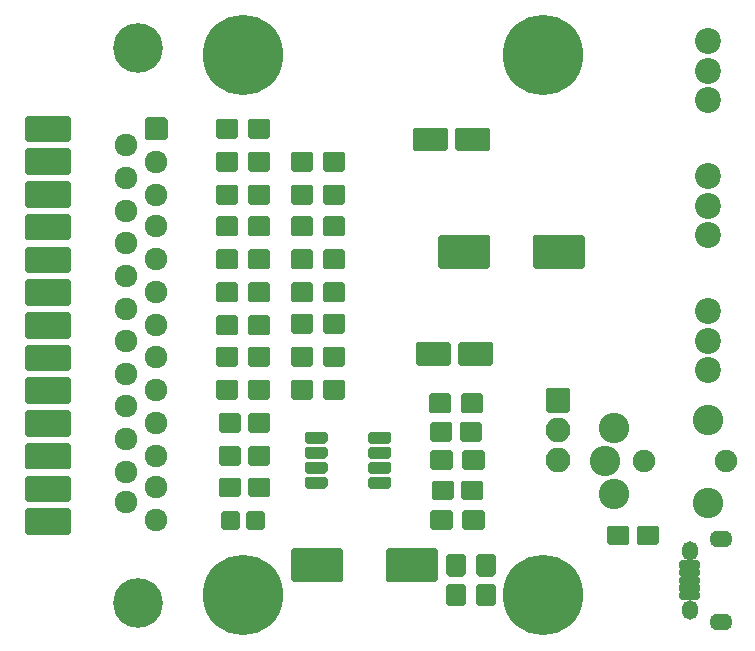
<source format=gts>
%TF.GenerationSoftware,KiCad,Pcbnew,(5.1.9)-1*%
%TF.CreationDate,2021-01-10T22:28:58+11:00*%
%TF.ProjectId,pcb-covox-amp,7063622d-636f-4766-9f78-2d616d702e6b,3*%
%TF.SameCoordinates,Original*%
%TF.FileFunction,Soldermask,Top*%
%TF.FilePolarity,Negative*%
%FSLAX46Y46*%
G04 Gerber Fmt 4.6, Leading zero omitted, Abs format (unit mm)*
G04 Created by KiCad (PCBNEW (5.1.9)-1) date 2021-01-10 22:28:58*
%MOMM*%
%LPD*%
G01*
G04 APERTURE LIST*
%ADD10C,4.210000*%
%ADD11C,1.924000*%
%ADD12C,1.900000*%
%ADD13C,2.581860*%
%ADD14C,2.200000*%
%ADD15C,6.800000*%
%ADD16C,1.200000*%
%ADD17O,2.100000X2.100000*%
%ADD18O,1.350000X1.650000*%
%ADD19O,1.950000X1.400000*%
G04 APERTURE END LIST*
D10*
%TO.C,J1*%
X110160000Y-91835000D03*
X110160000Y-138825000D03*
D11*
X111700000Y-131840000D03*
X111700000Y-129046000D03*
X111700000Y-126379000D03*
X111700000Y-123585000D03*
X111700000Y-120791000D03*
X111700000Y-117997000D03*
X111700000Y-115330000D03*
X111700000Y-112536000D03*
X111700000Y-109742000D03*
X111700000Y-106948000D03*
X111700000Y-104281000D03*
X111700000Y-101487000D03*
G36*
G01*
X112462000Y-99655000D02*
X110938000Y-99655000D01*
G75*
G02*
X110738000Y-99455000I0J200000D01*
G01*
X110738000Y-97931000D01*
G75*
G02*
X110938000Y-97731000I200000J0D01*
G01*
X112462000Y-97731000D01*
G75*
G02*
X112662000Y-97931000I0J-200000D01*
G01*
X112662000Y-99455000D01*
G75*
G02*
X112462000Y-99655000I-200000J0D01*
G01*
G37*
X109160000Y-130265200D03*
X109160000Y-127725200D03*
X109160000Y-124931200D03*
X109160000Y-122188000D03*
X109160000Y-119444800D03*
X109160000Y-116650800D03*
X109160000Y-113907600D03*
X109160000Y-111164400D03*
X109160000Y-108319600D03*
X109160000Y-105627200D03*
X109160000Y-102884000D03*
X109160000Y-100090000D03*
%TD*%
%TO.C,C10*%
G36*
G01*
X137003000Y-100382000D02*
X137003000Y-98782000D01*
G75*
G02*
X137203000Y-98582000I200000J0D01*
G01*
X139803000Y-98582000D01*
G75*
G02*
X140003000Y-98782000I0J-200000D01*
G01*
X140003000Y-100382000D01*
G75*
G02*
X139803000Y-100582000I-200000J0D01*
G01*
X137203000Y-100582000D01*
G75*
G02*
X137003000Y-100382000I0J200000D01*
G01*
G37*
G36*
G01*
X133403000Y-100382000D02*
X133403000Y-98782000D01*
G75*
G02*
X133603000Y-98582000I200000J0D01*
G01*
X136203000Y-98582000D01*
G75*
G02*
X136403000Y-98782000I0J-200000D01*
G01*
X136403000Y-100382000D01*
G75*
G02*
X136203000Y-100582000I-200000J0D01*
G01*
X133603000Y-100582000D01*
G75*
G02*
X133403000Y-100382000I0J200000D01*
G01*
G37*
%TD*%
%TO.C,C5*%
G36*
G01*
X137257000Y-118543000D02*
X137257000Y-116943000D01*
G75*
G02*
X137457000Y-116743000I200000J0D01*
G01*
X140057000Y-116743000D01*
G75*
G02*
X140257000Y-116943000I0J-200000D01*
G01*
X140257000Y-118543000D01*
G75*
G02*
X140057000Y-118743000I-200000J0D01*
G01*
X137457000Y-118743000D01*
G75*
G02*
X137257000Y-118543000I0J200000D01*
G01*
G37*
G36*
G01*
X133657000Y-118543000D02*
X133657000Y-116943000D01*
G75*
G02*
X133857000Y-116743000I200000J0D01*
G01*
X136457000Y-116743000D01*
G75*
G02*
X136657000Y-116943000I0J-200000D01*
G01*
X136657000Y-118543000D01*
G75*
G02*
X136457000Y-118743000I-200000J0D01*
G01*
X133857000Y-118743000D01*
G75*
G02*
X133657000Y-118543000I0J200000D01*
G01*
G37*
%TD*%
%TO.C,C7*%
G36*
G01*
X139983000Y-107857000D02*
X139983000Y-110357000D01*
G75*
G02*
X139783000Y-110557000I-200000J0D01*
G01*
X135783000Y-110557000D01*
G75*
G02*
X135583000Y-110357000I0J200000D01*
G01*
X135583000Y-107857000D01*
G75*
G02*
X135783000Y-107657000I200000J0D01*
G01*
X139783000Y-107657000D01*
G75*
G02*
X139983000Y-107857000I0J-200000D01*
G01*
G37*
G36*
G01*
X147983000Y-107857000D02*
X147983000Y-110357000D01*
G75*
G02*
X147783000Y-110557000I-200000J0D01*
G01*
X143783000Y-110557000D01*
G75*
G02*
X143583000Y-110357000I0J200000D01*
G01*
X143583000Y-107857000D01*
G75*
G02*
X143783000Y-107657000I200000J0D01*
G01*
X147783000Y-107657000D01*
G75*
G02*
X147983000Y-107857000I0J-200000D01*
G01*
G37*
%TD*%
%TO.C,C2*%
G36*
G01*
X131137000Y-136900000D02*
X131137000Y-134400000D01*
G75*
G02*
X131337000Y-134200000I200000J0D01*
G01*
X135337000Y-134200000D01*
G75*
G02*
X135537000Y-134400000I0J-200000D01*
G01*
X135537000Y-136900000D01*
G75*
G02*
X135337000Y-137100000I-200000J0D01*
G01*
X131337000Y-137100000D01*
G75*
G02*
X131137000Y-136900000I0J200000D01*
G01*
G37*
G36*
G01*
X123137000Y-136900000D02*
X123137000Y-134400000D01*
G75*
G02*
X123337000Y-134200000I200000J0D01*
G01*
X127337000Y-134200000D01*
G75*
G02*
X127537000Y-134400000I0J-200000D01*
G01*
X127537000Y-136900000D01*
G75*
G02*
X127337000Y-137100000I-200000J0D01*
G01*
X123337000Y-137100000D01*
G75*
G02*
X123137000Y-136900000I0J200000D01*
G01*
G37*
%TD*%
D12*
%TO.C,X1*%
X152960000Y-126820000D03*
X159970000Y-126830000D03*
D13*
X158427620Y-130349020D03*
X158427620Y-123351320D03*
X150431700Y-124052360D03*
X150431700Y-129647980D03*
X149730660Y-126848900D03*
%TD*%
D14*
%TO.C,RV2*%
X158420000Y-102710000D03*
X158420000Y-105210000D03*
X158420000Y-107710000D03*
%TD*%
D15*
%TO.C,MH3*%
X119050000Y-138190000D03*
D16*
X121450000Y-138190000D03*
X120747056Y-139887056D03*
X119050000Y-140590000D03*
X117352944Y-139887056D03*
X116650000Y-138190000D03*
X117352944Y-136492944D03*
X119050000Y-135790000D03*
X120747056Y-136492944D03*
%TD*%
D15*
%TO.C,MH4*%
X119050000Y-92470000D03*
D16*
X121450000Y-92470000D03*
X120747056Y-94167056D03*
X119050000Y-94870000D03*
X117352944Y-94167056D03*
X116650000Y-92470000D03*
X117352944Y-90772944D03*
X119050000Y-90070000D03*
X120747056Y-90772944D03*
%TD*%
D15*
%TO.C,MH2*%
X144450000Y-138190000D03*
D16*
X146850000Y-138190000D03*
X146147056Y-139887056D03*
X144450000Y-140590000D03*
X142752944Y-139887056D03*
X142050000Y-138190000D03*
X142752944Y-136492944D03*
X144450000Y-135790000D03*
X146147056Y-136492944D03*
%TD*%
D15*
%TO.C,MH1*%
X144450000Y-92470000D03*
D16*
X146850000Y-92470000D03*
X146147056Y-94167056D03*
X144450000Y-94870000D03*
X142752944Y-94167056D03*
X142050000Y-92470000D03*
X142752944Y-90772944D03*
X144450000Y-90070000D03*
X146147056Y-90772944D03*
%TD*%
%TO.C,J2*%
G36*
G01*
X100800000Y-97586667D02*
X104280000Y-97586667D01*
G75*
G02*
X104480000Y-97786667I0J-200000D01*
G01*
X104480000Y-99633333D01*
G75*
G02*
X104280000Y-99833333I-200000J0D01*
G01*
X100800000Y-99833333D01*
G75*
G02*
X100600000Y-99633333I0J200000D01*
G01*
X100600000Y-97786667D01*
G75*
G02*
X100800000Y-97586667I200000J0D01*
G01*
G37*
G36*
G01*
X100800000Y-100356667D02*
X104280000Y-100356667D01*
G75*
G02*
X104480000Y-100556667I0J-200000D01*
G01*
X104480000Y-102403333D01*
G75*
G02*
X104280000Y-102603333I-200000J0D01*
G01*
X100800000Y-102603333D01*
G75*
G02*
X100600000Y-102403333I0J200000D01*
G01*
X100600000Y-100556667D01*
G75*
G02*
X100800000Y-100356667I200000J0D01*
G01*
G37*
G36*
G01*
X100800000Y-103126667D02*
X104280000Y-103126667D01*
G75*
G02*
X104480000Y-103326667I0J-200000D01*
G01*
X104480000Y-105173333D01*
G75*
G02*
X104280000Y-105373333I-200000J0D01*
G01*
X100800000Y-105373333D01*
G75*
G02*
X100600000Y-105173333I0J200000D01*
G01*
X100600000Y-103326667D01*
G75*
G02*
X100800000Y-103126667I200000J0D01*
G01*
G37*
G36*
G01*
X100800000Y-105896667D02*
X104280000Y-105896667D01*
G75*
G02*
X104480000Y-106096667I0J-200000D01*
G01*
X104480000Y-107943333D01*
G75*
G02*
X104280000Y-108143333I-200000J0D01*
G01*
X100800000Y-108143333D01*
G75*
G02*
X100600000Y-107943333I0J200000D01*
G01*
X100600000Y-106096667D01*
G75*
G02*
X100800000Y-105896667I200000J0D01*
G01*
G37*
G36*
G01*
X100800000Y-108666667D02*
X104280000Y-108666667D01*
G75*
G02*
X104480000Y-108866667I0J-200000D01*
G01*
X104480000Y-110713333D01*
G75*
G02*
X104280000Y-110913333I-200000J0D01*
G01*
X100800000Y-110913333D01*
G75*
G02*
X100600000Y-110713333I0J200000D01*
G01*
X100600000Y-108866667D01*
G75*
G02*
X100800000Y-108666667I200000J0D01*
G01*
G37*
G36*
G01*
X100800000Y-111436667D02*
X104280000Y-111436667D01*
G75*
G02*
X104480000Y-111636667I0J-200000D01*
G01*
X104480000Y-113483333D01*
G75*
G02*
X104280000Y-113683333I-200000J0D01*
G01*
X100800000Y-113683333D01*
G75*
G02*
X100600000Y-113483333I0J200000D01*
G01*
X100600000Y-111636667D01*
G75*
G02*
X100800000Y-111436667I200000J0D01*
G01*
G37*
G36*
G01*
X100800000Y-114206667D02*
X104280000Y-114206667D01*
G75*
G02*
X104480000Y-114406667I0J-200000D01*
G01*
X104480000Y-116253333D01*
G75*
G02*
X104280000Y-116453333I-200000J0D01*
G01*
X100800000Y-116453333D01*
G75*
G02*
X100600000Y-116253333I0J200000D01*
G01*
X100600000Y-114406667D01*
G75*
G02*
X100800000Y-114206667I200000J0D01*
G01*
G37*
G36*
G01*
X100800000Y-116976667D02*
X104280000Y-116976667D01*
G75*
G02*
X104480000Y-117176667I0J-200000D01*
G01*
X104480000Y-119023333D01*
G75*
G02*
X104280000Y-119223333I-200000J0D01*
G01*
X100800000Y-119223333D01*
G75*
G02*
X100600000Y-119023333I0J200000D01*
G01*
X100600000Y-117176667D01*
G75*
G02*
X100800000Y-116976667I200000J0D01*
G01*
G37*
G36*
G01*
X100800000Y-119746667D02*
X104280000Y-119746667D01*
G75*
G02*
X104480000Y-119946667I0J-200000D01*
G01*
X104480000Y-121793333D01*
G75*
G02*
X104280000Y-121993333I-200000J0D01*
G01*
X100800000Y-121993333D01*
G75*
G02*
X100600000Y-121793333I0J200000D01*
G01*
X100600000Y-119946667D01*
G75*
G02*
X100800000Y-119746667I200000J0D01*
G01*
G37*
G36*
G01*
X100800000Y-122516667D02*
X104280000Y-122516667D01*
G75*
G02*
X104480000Y-122716667I0J-200000D01*
G01*
X104480000Y-124563333D01*
G75*
G02*
X104280000Y-124763333I-200000J0D01*
G01*
X100800000Y-124763333D01*
G75*
G02*
X100600000Y-124563333I0J200000D01*
G01*
X100600000Y-122716667D01*
G75*
G02*
X100800000Y-122516667I200000J0D01*
G01*
G37*
G36*
G01*
X100800000Y-125286667D02*
X104280000Y-125286667D01*
G75*
G02*
X104480000Y-125486667I0J-200000D01*
G01*
X104480000Y-127333333D01*
G75*
G02*
X104280000Y-127533333I-200000J0D01*
G01*
X100800000Y-127533333D01*
G75*
G02*
X100600000Y-127333333I0J200000D01*
G01*
X100600000Y-125486667D01*
G75*
G02*
X100800000Y-125286667I200000J0D01*
G01*
G37*
G36*
G01*
X100800000Y-128056667D02*
X104280000Y-128056667D01*
G75*
G02*
X104480000Y-128256667I0J-200000D01*
G01*
X104480000Y-130103333D01*
G75*
G02*
X104280000Y-130303333I-200000J0D01*
G01*
X100800000Y-130303333D01*
G75*
G02*
X100600000Y-130103333I0J200000D01*
G01*
X100600000Y-128256667D01*
G75*
G02*
X100800000Y-128056667I200000J0D01*
G01*
G37*
G36*
G01*
X100800000Y-130826667D02*
X104280000Y-130826667D01*
G75*
G02*
X104480000Y-131026667I0J-200000D01*
G01*
X104480000Y-132873333D01*
G75*
G02*
X104280000Y-133073333I-200000J0D01*
G01*
X100800000Y-133073333D01*
G75*
G02*
X100600000Y-132873333I0J200000D01*
G01*
X100600000Y-131026667D01*
G75*
G02*
X100800000Y-130826667I200000J0D01*
G01*
G37*
%TD*%
D14*
%TO.C,RV3*%
X158420000Y-91280000D03*
X158420000Y-93780000D03*
X158420000Y-96280000D03*
%TD*%
%TO.C,RV1*%
X158420000Y-114140000D03*
X158420000Y-116640000D03*
X158420000Y-119140000D03*
%TD*%
%TO.C,JP1*%
G36*
G01*
X144670000Y-122530000D02*
X144670000Y-120830000D01*
G75*
G02*
X144870000Y-120630000I200000J0D01*
G01*
X146570000Y-120630000D01*
G75*
G02*
X146770000Y-120830000I0J-200000D01*
G01*
X146770000Y-122530000D01*
G75*
G02*
X146570000Y-122730000I-200000J0D01*
G01*
X144870000Y-122730000D01*
G75*
G02*
X144670000Y-122530000I0J200000D01*
G01*
G37*
D17*
X145720000Y-124220000D03*
X145720000Y-126760000D03*
%TD*%
%TO.C,C1*%
G36*
G01*
X116977000Y-129671000D02*
X116977000Y-128421000D01*
G75*
G02*
X117177000Y-128221000I200000J0D01*
G01*
X118677000Y-128221000D01*
G75*
G02*
X118877000Y-128421000I0J-200000D01*
G01*
X118877000Y-129671000D01*
G75*
G02*
X118677000Y-129871000I-200000J0D01*
G01*
X117177000Y-129871000D01*
G75*
G02*
X116977000Y-129671000I0J200000D01*
G01*
G37*
G36*
G01*
X119477000Y-129671000D02*
X119477000Y-128421000D01*
G75*
G02*
X119677000Y-128221000I200000J0D01*
G01*
X121177000Y-128221000D01*
G75*
G02*
X121377000Y-128421000I0J-200000D01*
G01*
X121377000Y-129671000D01*
G75*
G02*
X121177000Y-129871000I-200000J0D01*
G01*
X119677000Y-129871000D01*
G75*
G02*
X119477000Y-129671000I0J200000D01*
G01*
G37*
%TD*%
%TO.C,C3*%
G36*
G01*
X136459000Y-134700000D02*
X137709000Y-134700000D01*
G75*
G02*
X137909000Y-134900000I0J-200000D01*
G01*
X137909000Y-136400000D01*
G75*
G02*
X137709000Y-136600000I-200000J0D01*
G01*
X136459000Y-136600000D01*
G75*
G02*
X136259000Y-136400000I0J200000D01*
G01*
X136259000Y-134900000D01*
G75*
G02*
X136459000Y-134700000I200000J0D01*
G01*
G37*
G36*
G01*
X136459000Y-137200000D02*
X137709000Y-137200000D01*
G75*
G02*
X137909000Y-137400000I0J-200000D01*
G01*
X137909000Y-138900000D01*
G75*
G02*
X137709000Y-139100000I-200000J0D01*
G01*
X136459000Y-139100000D01*
G75*
G02*
X136259000Y-138900000I0J200000D01*
G01*
X136259000Y-137400000D01*
G75*
G02*
X136459000Y-137200000I200000J0D01*
G01*
G37*
%TD*%
%TO.C,C4*%
G36*
G01*
X138999000Y-134700000D02*
X140249000Y-134700000D01*
G75*
G02*
X140449000Y-134900000I0J-200000D01*
G01*
X140449000Y-136400000D01*
G75*
G02*
X140249000Y-136600000I-200000J0D01*
G01*
X138999000Y-136600000D01*
G75*
G02*
X138799000Y-136400000I0J200000D01*
G01*
X138799000Y-134900000D01*
G75*
G02*
X138999000Y-134700000I200000J0D01*
G01*
G37*
G36*
G01*
X138999000Y-137200000D02*
X140249000Y-137200000D01*
G75*
G02*
X140449000Y-137400000I0J-200000D01*
G01*
X140449000Y-138900000D01*
G75*
G02*
X140249000Y-139100000I-200000J0D01*
G01*
X138999000Y-139100000D01*
G75*
G02*
X138799000Y-138900000I0J200000D01*
G01*
X138799000Y-137400000D01*
G75*
G02*
X138999000Y-137200000I200000J0D01*
G01*
G37*
%TD*%
%TO.C,C6*%
G36*
G01*
X135011000Y-129925000D02*
X135011000Y-128675000D01*
G75*
G02*
X135211000Y-128475000I200000J0D01*
G01*
X136711000Y-128475000D01*
G75*
G02*
X136911000Y-128675000I0J-200000D01*
G01*
X136911000Y-129925000D01*
G75*
G02*
X136711000Y-130125000I-200000J0D01*
G01*
X135211000Y-130125000D01*
G75*
G02*
X135011000Y-129925000I0J200000D01*
G01*
G37*
G36*
G01*
X137511000Y-129925000D02*
X137511000Y-128675000D01*
G75*
G02*
X137711000Y-128475000I200000J0D01*
G01*
X139211000Y-128475000D01*
G75*
G02*
X139411000Y-128675000I0J-200000D01*
G01*
X139411000Y-129925000D01*
G75*
G02*
X139211000Y-130125000I-200000J0D01*
G01*
X137711000Y-130125000D01*
G75*
G02*
X137511000Y-129925000I0J200000D01*
G01*
G37*
%TD*%
%TO.C,C8*%
G36*
G01*
X116977000Y-127004000D02*
X116977000Y-125754000D01*
G75*
G02*
X117177000Y-125554000I200000J0D01*
G01*
X118677000Y-125554000D01*
G75*
G02*
X118877000Y-125754000I0J-200000D01*
G01*
X118877000Y-127004000D01*
G75*
G02*
X118677000Y-127204000I-200000J0D01*
G01*
X117177000Y-127204000D01*
G75*
G02*
X116977000Y-127004000I0J200000D01*
G01*
G37*
G36*
G01*
X119477000Y-127004000D02*
X119477000Y-125754000D01*
G75*
G02*
X119677000Y-125554000I200000J0D01*
G01*
X121177000Y-125554000D01*
G75*
G02*
X121377000Y-125754000I0J-200000D01*
G01*
X121377000Y-127004000D01*
G75*
G02*
X121177000Y-127204000I-200000J0D01*
G01*
X119677000Y-127204000D01*
G75*
G02*
X119477000Y-127004000I0J200000D01*
G01*
G37*
%TD*%
%TO.C,C9*%
G36*
G01*
X116977000Y-124210000D02*
X116977000Y-122960000D01*
G75*
G02*
X117177000Y-122760000I200000J0D01*
G01*
X118677000Y-122760000D01*
G75*
G02*
X118877000Y-122960000I0J-200000D01*
G01*
X118877000Y-124210000D01*
G75*
G02*
X118677000Y-124410000I-200000J0D01*
G01*
X117177000Y-124410000D01*
G75*
G02*
X116977000Y-124210000I0J200000D01*
G01*
G37*
G36*
G01*
X119477000Y-124210000D02*
X119477000Y-122960000D01*
G75*
G02*
X119677000Y-122760000I200000J0D01*
G01*
X121177000Y-122760000D01*
G75*
G02*
X121377000Y-122960000I0J-200000D01*
G01*
X121377000Y-124210000D01*
G75*
G02*
X121177000Y-124410000I-200000J0D01*
G01*
X119677000Y-124410000D01*
G75*
G02*
X119477000Y-124210000I0J200000D01*
G01*
G37*
%TD*%
%TO.C,C11*%
G36*
G01*
X134884000Y-124972000D02*
X134884000Y-123722000D01*
G75*
G02*
X135084000Y-123522000I200000J0D01*
G01*
X136584000Y-123522000D01*
G75*
G02*
X136784000Y-123722000I0J-200000D01*
G01*
X136784000Y-124972000D01*
G75*
G02*
X136584000Y-125172000I-200000J0D01*
G01*
X135084000Y-125172000D01*
G75*
G02*
X134884000Y-124972000I0J200000D01*
G01*
G37*
G36*
G01*
X137384000Y-124972000D02*
X137384000Y-123722000D01*
G75*
G02*
X137584000Y-123522000I200000J0D01*
G01*
X139084000Y-123522000D01*
G75*
G02*
X139284000Y-123722000I0J-200000D01*
G01*
X139284000Y-124972000D01*
G75*
G02*
X139084000Y-125172000I-200000J0D01*
G01*
X137584000Y-125172000D01*
G75*
G02*
X137384000Y-124972000I0J200000D01*
G01*
G37*
%TD*%
%TO.C,P1*%
G36*
G01*
X157732460Y-138020900D02*
X157732460Y-138420900D01*
G75*
G02*
X157532460Y-138620900I-200000J0D01*
G01*
X156182460Y-138620900D01*
G75*
G02*
X155982460Y-138420900I0J200000D01*
G01*
X155982460Y-138020900D01*
G75*
G02*
X156182460Y-137820900I200000J0D01*
G01*
X157532460Y-137820900D01*
G75*
G02*
X157732460Y-138020900I0J-200000D01*
G01*
G37*
G36*
G01*
X157732460Y-137370900D02*
X157732460Y-137770900D01*
G75*
G02*
X157532460Y-137970900I-200000J0D01*
G01*
X156182460Y-137970900D01*
G75*
G02*
X155982460Y-137770900I0J200000D01*
G01*
X155982460Y-137370900D01*
G75*
G02*
X156182460Y-137170900I200000J0D01*
G01*
X157532460Y-137170900D01*
G75*
G02*
X157732460Y-137370900I0J-200000D01*
G01*
G37*
G36*
G01*
X157732460Y-136720900D02*
X157732460Y-137120900D01*
G75*
G02*
X157532460Y-137320900I-200000J0D01*
G01*
X156182460Y-137320900D01*
G75*
G02*
X155982460Y-137120900I0J200000D01*
G01*
X155982460Y-136720900D01*
G75*
G02*
X156182460Y-136520900I200000J0D01*
G01*
X157532460Y-136520900D01*
G75*
G02*
X157732460Y-136720900I0J-200000D01*
G01*
G37*
G36*
G01*
X157732460Y-136070900D02*
X157732460Y-136470900D01*
G75*
G02*
X157532460Y-136670900I-200000J0D01*
G01*
X156182460Y-136670900D01*
G75*
G02*
X155982460Y-136470900I0J200000D01*
G01*
X155982460Y-136070900D01*
G75*
G02*
X156182460Y-135870900I200000J0D01*
G01*
X157532460Y-135870900D01*
G75*
G02*
X157732460Y-136070900I0J-200000D01*
G01*
G37*
G36*
G01*
X157732460Y-135420900D02*
X157732460Y-135820900D01*
G75*
G02*
X157532460Y-136020900I-200000J0D01*
G01*
X156182460Y-136020900D01*
G75*
G02*
X155982460Y-135820900I0J200000D01*
G01*
X155982460Y-135420900D01*
G75*
G02*
X156182460Y-135220900I200000J0D01*
G01*
X157532460Y-135220900D01*
G75*
G02*
X157732460Y-135420900I0J-200000D01*
G01*
G37*
D18*
X156857460Y-139420900D03*
X156857460Y-134420900D03*
D19*
X159557460Y-140420900D03*
X159557460Y-133420900D03*
%TD*%
%TO.C,R1*%
G36*
G01*
X139384000Y-121284000D02*
X139384000Y-122584000D01*
G75*
G02*
X139184000Y-122784000I-200000J0D01*
G01*
X137684000Y-122784000D01*
G75*
G02*
X137484000Y-122584000I0J200000D01*
G01*
X137484000Y-121284000D01*
G75*
G02*
X137684000Y-121084000I200000J0D01*
G01*
X139184000Y-121084000D01*
G75*
G02*
X139384000Y-121284000I0J-200000D01*
G01*
G37*
G36*
G01*
X136684000Y-121284000D02*
X136684000Y-122584000D01*
G75*
G02*
X136484000Y-122784000I-200000J0D01*
G01*
X134984000Y-122784000D01*
G75*
G02*
X134784000Y-122584000I0J200000D01*
G01*
X134784000Y-121284000D01*
G75*
G02*
X134984000Y-121084000I200000J0D01*
G01*
X136484000Y-121084000D01*
G75*
G02*
X136684000Y-121284000I0J-200000D01*
G01*
G37*
%TD*%
%TO.C,R2*%
G36*
G01*
X139511000Y-126110000D02*
X139511000Y-127410000D01*
G75*
G02*
X139311000Y-127610000I-200000J0D01*
G01*
X137811000Y-127610000D01*
G75*
G02*
X137611000Y-127410000I0J200000D01*
G01*
X137611000Y-126110000D01*
G75*
G02*
X137811000Y-125910000I200000J0D01*
G01*
X139311000Y-125910000D01*
G75*
G02*
X139511000Y-126110000I0J-200000D01*
G01*
G37*
G36*
G01*
X136811000Y-126110000D02*
X136811000Y-127410000D01*
G75*
G02*
X136611000Y-127610000I-200000J0D01*
G01*
X135111000Y-127610000D01*
G75*
G02*
X134911000Y-127410000I0J200000D01*
G01*
X134911000Y-126110000D01*
G75*
G02*
X135111000Y-125910000I200000J0D01*
G01*
X136611000Y-125910000D01*
G75*
G02*
X136811000Y-126110000I0J-200000D01*
G01*
G37*
%TD*%
%TO.C,R3*%
G36*
G01*
X121350000Y-98043000D02*
X121350000Y-99343000D01*
G75*
G02*
X121150000Y-99543000I-200000J0D01*
G01*
X119650000Y-99543000D01*
G75*
G02*
X119450000Y-99343000I0J200000D01*
G01*
X119450000Y-98043000D01*
G75*
G02*
X119650000Y-97843000I200000J0D01*
G01*
X121150000Y-97843000D01*
G75*
G02*
X121350000Y-98043000I0J-200000D01*
G01*
G37*
G36*
G01*
X118650000Y-98043000D02*
X118650000Y-99343000D01*
G75*
G02*
X118450000Y-99543000I-200000J0D01*
G01*
X116950000Y-99543000D01*
G75*
G02*
X116750000Y-99343000I0J200000D01*
G01*
X116750000Y-98043000D01*
G75*
G02*
X116950000Y-97843000I200000J0D01*
G01*
X118450000Y-97843000D01*
G75*
G02*
X118650000Y-98043000I0J-200000D01*
G01*
G37*
%TD*%
%TO.C,R4*%
G36*
G01*
X121350000Y-100837000D02*
X121350000Y-102137000D01*
G75*
G02*
X121150000Y-102337000I-200000J0D01*
G01*
X119650000Y-102337000D01*
G75*
G02*
X119450000Y-102137000I0J200000D01*
G01*
X119450000Y-100837000D01*
G75*
G02*
X119650000Y-100637000I200000J0D01*
G01*
X121150000Y-100637000D01*
G75*
G02*
X121350000Y-100837000I0J-200000D01*
G01*
G37*
G36*
G01*
X118650000Y-100837000D02*
X118650000Y-102137000D01*
G75*
G02*
X118450000Y-102337000I-200000J0D01*
G01*
X116950000Y-102337000D01*
G75*
G02*
X116750000Y-102137000I0J200000D01*
G01*
X116750000Y-100837000D01*
G75*
G02*
X116950000Y-100637000I200000J0D01*
G01*
X118450000Y-100637000D01*
G75*
G02*
X118650000Y-100837000I0J-200000D01*
G01*
G37*
%TD*%
%TO.C,R5*%
G36*
G01*
X121350000Y-103631000D02*
X121350000Y-104931000D01*
G75*
G02*
X121150000Y-105131000I-200000J0D01*
G01*
X119650000Y-105131000D01*
G75*
G02*
X119450000Y-104931000I0J200000D01*
G01*
X119450000Y-103631000D01*
G75*
G02*
X119650000Y-103431000I200000J0D01*
G01*
X121150000Y-103431000D01*
G75*
G02*
X121350000Y-103631000I0J-200000D01*
G01*
G37*
G36*
G01*
X118650000Y-103631000D02*
X118650000Y-104931000D01*
G75*
G02*
X118450000Y-105131000I-200000J0D01*
G01*
X116950000Y-105131000D01*
G75*
G02*
X116750000Y-104931000I0J200000D01*
G01*
X116750000Y-103631000D01*
G75*
G02*
X116950000Y-103431000I200000J0D01*
G01*
X118450000Y-103431000D01*
G75*
G02*
X118650000Y-103631000I0J-200000D01*
G01*
G37*
%TD*%
%TO.C,R6*%
G36*
G01*
X121350000Y-106298000D02*
X121350000Y-107598000D01*
G75*
G02*
X121150000Y-107798000I-200000J0D01*
G01*
X119650000Y-107798000D01*
G75*
G02*
X119450000Y-107598000I0J200000D01*
G01*
X119450000Y-106298000D01*
G75*
G02*
X119650000Y-106098000I200000J0D01*
G01*
X121150000Y-106098000D01*
G75*
G02*
X121350000Y-106298000I0J-200000D01*
G01*
G37*
G36*
G01*
X118650000Y-106298000D02*
X118650000Y-107598000D01*
G75*
G02*
X118450000Y-107798000I-200000J0D01*
G01*
X116950000Y-107798000D01*
G75*
G02*
X116750000Y-107598000I0J200000D01*
G01*
X116750000Y-106298000D01*
G75*
G02*
X116950000Y-106098000I200000J0D01*
G01*
X118450000Y-106098000D01*
G75*
G02*
X118650000Y-106298000I0J-200000D01*
G01*
G37*
%TD*%
%TO.C,R7*%
G36*
G01*
X121350000Y-109092000D02*
X121350000Y-110392000D01*
G75*
G02*
X121150000Y-110592000I-200000J0D01*
G01*
X119650000Y-110592000D01*
G75*
G02*
X119450000Y-110392000I0J200000D01*
G01*
X119450000Y-109092000D01*
G75*
G02*
X119650000Y-108892000I200000J0D01*
G01*
X121150000Y-108892000D01*
G75*
G02*
X121350000Y-109092000I0J-200000D01*
G01*
G37*
G36*
G01*
X118650000Y-109092000D02*
X118650000Y-110392000D01*
G75*
G02*
X118450000Y-110592000I-200000J0D01*
G01*
X116950000Y-110592000D01*
G75*
G02*
X116750000Y-110392000I0J200000D01*
G01*
X116750000Y-109092000D01*
G75*
G02*
X116950000Y-108892000I200000J0D01*
G01*
X118450000Y-108892000D01*
G75*
G02*
X118650000Y-109092000I0J-200000D01*
G01*
G37*
%TD*%
%TO.C,R8*%
G36*
G01*
X121350000Y-111886000D02*
X121350000Y-113186000D01*
G75*
G02*
X121150000Y-113386000I-200000J0D01*
G01*
X119650000Y-113386000D01*
G75*
G02*
X119450000Y-113186000I0J200000D01*
G01*
X119450000Y-111886000D01*
G75*
G02*
X119650000Y-111686000I200000J0D01*
G01*
X121150000Y-111686000D01*
G75*
G02*
X121350000Y-111886000I0J-200000D01*
G01*
G37*
G36*
G01*
X118650000Y-111886000D02*
X118650000Y-113186000D01*
G75*
G02*
X118450000Y-113386000I-200000J0D01*
G01*
X116950000Y-113386000D01*
G75*
G02*
X116750000Y-113186000I0J200000D01*
G01*
X116750000Y-111886000D01*
G75*
G02*
X116950000Y-111686000I200000J0D01*
G01*
X118450000Y-111686000D01*
G75*
G02*
X118650000Y-111886000I0J-200000D01*
G01*
G37*
%TD*%
%TO.C,R9*%
G36*
G01*
X121350000Y-114680000D02*
X121350000Y-115980000D01*
G75*
G02*
X121150000Y-116180000I-200000J0D01*
G01*
X119650000Y-116180000D01*
G75*
G02*
X119450000Y-115980000I0J200000D01*
G01*
X119450000Y-114680000D01*
G75*
G02*
X119650000Y-114480000I200000J0D01*
G01*
X121150000Y-114480000D01*
G75*
G02*
X121350000Y-114680000I0J-200000D01*
G01*
G37*
G36*
G01*
X118650000Y-114680000D02*
X118650000Y-115980000D01*
G75*
G02*
X118450000Y-116180000I-200000J0D01*
G01*
X116950000Y-116180000D01*
G75*
G02*
X116750000Y-115980000I0J200000D01*
G01*
X116750000Y-114680000D01*
G75*
G02*
X116950000Y-114480000I200000J0D01*
G01*
X118450000Y-114480000D01*
G75*
G02*
X118650000Y-114680000I0J-200000D01*
G01*
G37*
%TD*%
%TO.C,R10*%
G36*
G01*
X121350000Y-117347000D02*
X121350000Y-118647000D01*
G75*
G02*
X121150000Y-118847000I-200000J0D01*
G01*
X119650000Y-118847000D01*
G75*
G02*
X119450000Y-118647000I0J200000D01*
G01*
X119450000Y-117347000D01*
G75*
G02*
X119650000Y-117147000I200000J0D01*
G01*
X121150000Y-117147000D01*
G75*
G02*
X121350000Y-117347000I0J-200000D01*
G01*
G37*
G36*
G01*
X118650000Y-117347000D02*
X118650000Y-118647000D01*
G75*
G02*
X118450000Y-118847000I-200000J0D01*
G01*
X116950000Y-118847000D01*
G75*
G02*
X116750000Y-118647000I0J200000D01*
G01*
X116750000Y-117347000D01*
G75*
G02*
X116950000Y-117147000I200000J0D01*
G01*
X118450000Y-117147000D01*
G75*
G02*
X118650000Y-117347000I0J-200000D01*
G01*
G37*
%TD*%
%TO.C,R11*%
G36*
G01*
X121350000Y-120141000D02*
X121350000Y-121441000D01*
G75*
G02*
X121150000Y-121641000I-200000J0D01*
G01*
X119650000Y-121641000D01*
G75*
G02*
X119450000Y-121441000I0J200000D01*
G01*
X119450000Y-120141000D01*
G75*
G02*
X119650000Y-119941000I200000J0D01*
G01*
X121150000Y-119941000D01*
G75*
G02*
X121350000Y-120141000I0J-200000D01*
G01*
G37*
G36*
G01*
X118650000Y-120141000D02*
X118650000Y-121441000D01*
G75*
G02*
X118450000Y-121641000I-200000J0D01*
G01*
X116950000Y-121641000D01*
G75*
G02*
X116750000Y-121441000I0J200000D01*
G01*
X116750000Y-120141000D01*
G75*
G02*
X116950000Y-119941000I200000J0D01*
G01*
X118450000Y-119941000D01*
G75*
G02*
X118650000Y-120141000I0J-200000D01*
G01*
G37*
%TD*%
%TO.C,R12*%
G36*
G01*
X127700000Y-100837000D02*
X127700000Y-102137000D01*
G75*
G02*
X127500000Y-102337000I-200000J0D01*
G01*
X126000000Y-102337000D01*
G75*
G02*
X125800000Y-102137000I0J200000D01*
G01*
X125800000Y-100837000D01*
G75*
G02*
X126000000Y-100637000I200000J0D01*
G01*
X127500000Y-100637000D01*
G75*
G02*
X127700000Y-100837000I0J-200000D01*
G01*
G37*
G36*
G01*
X125000000Y-100837000D02*
X125000000Y-102137000D01*
G75*
G02*
X124800000Y-102337000I-200000J0D01*
G01*
X123300000Y-102337000D01*
G75*
G02*
X123100000Y-102137000I0J200000D01*
G01*
X123100000Y-100837000D01*
G75*
G02*
X123300000Y-100637000I200000J0D01*
G01*
X124800000Y-100637000D01*
G75*
G02*
X125000000Y-100837000I0J-200000D01*
G01*
G37*
%TD*%
%TO.C,R13*%
G36*
G01*
X127700000Y-103631000D02*
X127700000Y-104931000D01*
G75*
G02*
X127500000Y-105131000I-200000J0D01*
G01*
X126000000Y-105131000D01*
G75*
G02*
X125800000Y-104931000I0J200000D01*
G01*
X125800000Y-103631000D01*
G75*
G02*
X126000000Y-103431000I200000J0D01*
G01*
X127500000Y-103431000D01*
G75*
G02*
X127700000Y-103631000I0J-200000D01*
G01*
G37*
G36*
G01*
X125000000Y-103631000D02*
X125000000Y-104931000D01*
G75*
G02*
X124800000Y-105131000I-200000J0D01*
G01*
X123300000Y-105131000D01*
G75*
G02*
X123100000Y-104931000I0J200000D01*
G01*
X123100000Y-103631000D01*
G75*
G02*
X123300000Y-103431000I200000J0D01*
G01*
X124800000Y-103431000D01*
G75*
G02*
X125000000Y-103631000I0J-200000D01*
G01*
G37*
%TD*%
%TO.C,R14*%
G36*
G01*
X127700000Y-106298000D02*
X127700000Y-107598000D01*
G75*
G02*
X127500000Y-107798000I-200000J0D01*
G01*
X126000000Y-107798000D01*
G75*
G02*
X125800000Y-107598000I0J200000D01*
G01*
X125800000Y-106298000D01*
G75*
G02*
X126000000Y-106098000I200000J0D01*
G01*
X127500000Y-106098000D01*
G75*
G02*
X127700000Y-106298000I0J-200000D01*
G01*
G37*
G36*
G01*
X125000000Y-106298000D02*
X125000000Y-107598000D01*
G75*
G02*
X124800000Y-107798000I-200000J0D01*
G01*
X123300000Y-107798000D01*
G75*
G02*
X123100000Y-107598000I0J200000D01*
G01*
X123100000Y-106298000D01*
G75*
G02*
X123300000Y-106098000I200000J0D01*
G01*
X124800000Y-106098000D01*
G75*
G02*
X125000000Y-106298000I0J-200000D01*
G01*
G37*
%TD*%
%TO.C,R15*%
G36*
G01*
X127700000Y-109092000D02*
X127700000Y-110392000D01*
G75*
G02*
X127500000Y-110592000I-200000J0D01*
G01*
X126000000Y-110592000D01*
G75*
G02*
X125800000Y-110392000I0J200000D01*
G01*
X125800000Y-109092000D01*
G75*
G02*
X126000000Y-108892000I200000J0D01*
G01*
X127500000Y-108892000D01*
G75*
G02*
X127700000Y-109092000I0J-200000D01*
G01*
G37*
G36*
G01*
X125000000Y-109092000D02*
X125000000Y-110392000D01*
G75*
G02*
X124800000Y-110592000I-200000J0D01*
G01*
X123300000Y-110592000D01*
G75*
G02*
X123100000Y-110392000I0J200000D01*
G01*
X123100000Y-109092000D01*
G75*
G02*
X123300000Y-108892000I200000J0D01*
G01*
X124800000Y-108892000D01*
G75*
G02*
X125000000Y-109092000I0J-200000D01*
G01*
G37*
%TD*%
%TO.C,R16*%
G36*
G01*
X127700000Y-111886000D02*
X127700000Y-113186000D01*
G75*
G02*
X127500000Y-113386000I-200000J0D01*
G01*
X126000000Y-113386000D01*
G75*
G02*
X125800000Y-113186000I0J200000D01*
G01*
X125800000Y-111886000D01*
G75*
G02*
X126000000Y-111686000I200000J0D01*
G01*
X127500000Y-111686000D01*
G75*
G02*
X127700000Y-111886000I0J-200000D01*
G01*
G37*
G36*
G01*
X125000000Y-111886000D02*
X125000000Y-113186000D01*
G75*
G02*
X124800000Y-113386000I-200000J0D01*
G01*
X123300000Y-113386000D01*
G75*
G02*
X123100000Y-113186000I0J200000D01*
G01*
X123100000Y-111886000D01*
G75*
G02*
X123300000Y-111686000I200000J0D01*
G01*
X124800000Y-111686000D01*
G75*
G02*
X125000000Y-111886000I0J-200000D01*
G01*
G37*
%TD*%
%TO.C,R17*%
G36*
G01*
X127700000Y-114553000D02*
X127700000Y-115853000D01*
G75*
G02*
X127500000Y-116053000I-200000J0D01*
G01*
X126000000Y-116053000D01*
G75*
G02*
X125800000Y-115853000I0J200000D01*
G01*
X125800000Y-114553000D01*
G75*
G02*
X126000000Y-114353000I200000J0D01*
G01*
X127500000Y-114353000D01*
G75*
G02*
X127700000Y-114553000I0J-200000D01*
G01*
G37*
G36*
G01*
X125000000Y-114553000D02*
X125000000Y-115853000D01*
G75*
G02*
X124800000Y-116053000I-200000J0D01*
G01*
X123300000Y-116053000D01*
G75*
G02*
X123100000Y-115853000I0J200000D01*
G01*
X123100000Y-114553000D01*
G75*
G02*
X123300000Y-114353000I200000J0D01*
G01*
X124800000Y-114353000D01*
G75*
G02*
X125000000Y-114553000I0J-200000D01*
G01*
G37*
%TD*%
%TO.C,R18*%
G36*
G01*
X127700000Y-117347000D02*
X127700000Y-118647000D01*
G75*
G02*
X127500000Y-118847000I-200000J0D01*
G01*
X126000000Y-118847000D01*
G75*
G02*
X125800000Y-118647000I0J200000D01*
G01*
X125800000Y-117347000D01*
G75*
G02*
X126000000Y-117147000I200000J0D01*
G01*
X127500000Y-117147000D01*
G75*
G02*
X127700000Y-117347000I0J-200000D01*
G01*
G37*
G36*
G01*
X125000000Y-117347000D02*
X125000000Y-118647000D01*
G75*
G02*
X124800000Y-118847000I-200000J0D01*
G01*
X123300000Y-118847000D01*
G75*
G02*
X123100000Y-118647000I0J200000D01*
G01*
X123100000Y-117347000D01*
G75*
G02*
X123300000Y-117147000I200000J0D01*
G01*
X124800000Y-117147000D01*
G75*
G02*
X125000000Y-117347000I0J-200000D01*
G01*
G37*
%TD*%
%TO.C,R19*%
G36*
G01*
X127700000Y-120141000D02*
X127700000Y-121441000D01*
G75*
G02*
X127500000Y-121641000I-200000J0D01*
G01*
X126000000Y-121641000D01*
G75*
G02*
X125800000Y-121441000I0J200000D01*
G01*
X125800000Y-120141000D01*
G75*
G02*
X126000000Y-119941000I200000J0D01*
G01*
X127500000Y-119941000D01*
G75*
G02*
X127700000Y-120141000I0J-200000D01*
G01*
G37*
G36*
G01*
X125000000Y-120141000D02*
X125000000Y-121441000D01*
G75*
G02*
X124800000Y-121641000I-200000J0D01*
G01*
X123300000Y-121641000D01*
G75*
G02*
X123100000Y-121441000I0J200000D01*
G01*
X123100000Y-120141000D01*
G75*
G02*
X123300000Y-119941000I200000J0D01*
G01*
X124800000Y-119941000D01*
G75*
G02*
X125000000Y-120141000I0J-200000D01*
G01*
G37*
%TD*%
%TO.C,U1*%
G36*
G01*
X124265000Y-125155000D02*
X124265000Y-124555000D01*
G75*
G02*
X124465000Y-124355000I200000J0D01*
G01*
X126015000Y-124355000D01*
G75*
G02*
X126215000Y-124555000I0J-200000D01*
G01*
X126215000Y-125155000D01*
G75*
G02*
X126015000Y-125355000I-200000J0D01*
G01*
X124465000Y-125355000D01*
G75*
G02*
X124265000Y-125155000I0J200000D01*
G01*
G37*
G36*
G01*
X124265000Y-126425000D02*
X124265000Y-125825000D01*
G75*
G02*
X124465000Y-125625000I200000J0D01*
G01*
X126015000Y-125625000D01*
G75*
G02*
X126215000Y-125825000I0J-200000D01*
G01*
X126215000Y-126425000D01*
G75*
G02*
X126015000Y-126625000I-200000J0D01*
G01*
X124465000Y-126625000D01*
G75*
G02*
X124265000Y-126425000I0J200000D01*
G01*
G37*
G36*
G01*
X124265000Y-127695000D02*
X124265000Y-127095000D01*
G75*
G02*
X124465000Y-126895000I200000J0D01*
G01*
X126015000Y-126895000D01*
G75*
G02*
X126215000Y-127095000I0J-200000D01*
G01*
X126215000Y-127695000D01*
G75*
G02*
X126015000Y-127895000I-200000J0D01*
G01*
X124465000Y-127895000D01*
G75*
G02*
X124265000Y-127695000I0J200000D01*
G01*
G37*
G36*
G01*
X124265000Y-128965000D02*
X124265000Y-128365000D01*
G75*
G02*
X124465000Y-128165000I200000J0D01*
G01*
X126015000Y-128165000D01*
G75*
G02*
X126215000Y-128365000I0J-200000D01*
G01*
X126215000Y-128965000D01*
G75*
G02*
X126015000Y-129165000I-200000J0D01*
G01*
X124465000Y-129165000D01*
G75*
G02*
X124265000Y-128965000I0J200000D01*
G01*
G37*
G36*
G01*
X129665000Y-128965000D02*
X129665000Y-128365000D01*
G75*
G02*
X129865000Y-128165000I200000J0D01*
G01*
X131415000Y-128165000D01*
G75*
G02*
X131615000Y-128365000I0J-200000D01*
G01*
X131615000Y-128965000D01*
G75*
G02*
X131415000Y-129165000I-200000J0D01*
G01*
X129865000Y-129165000D01*
G75*
G02*
X129665000Y-128965000I0J200000D01*
G01*
G37*
G36*
G01*
X129665000Y-127695000D02*
X129665000Y-127095000D01*
G75*
G02*
X129865000Y-126895000I200000J0D01*
G01*
X131415000Y-126895000D01*
G75*
G02*
X131615000Y-127095000I0J-200000D01*
G01*
X131615000Y-127695000D01*
G75*
G02*
X131415000Y-127895000I-200000J0D01*
G01*
X129865000Y-127895000D01*
G75*
G02*
X129665000Y-127695000I0J200000D01*
G01*
G37*
G36*
G01*
X129665000Y-126425000D02*
X129665000Y-125825000D01*
G75*
G02*
X129865000Y-125625000I200000J0D01*
G01*
X131415000Y-125625000D01*
G75*
G02*
X131615000Y-125825000I0J-200000D01*
G01*
X131615000Y-126425000D01*
G75*
G02*
X131415000Y-126625000I-200000J0D01*
G01*
X129865000Y-126625000D01*
G75*
G02*
X129665000Y-126425000I0J200000D01*
G01*
G37*
G36*
G01*
X129665000Y-125155000D02*
X129665000Y-124555000D01*
G75*
G02*
X129865000Y-124355000I200000J0D01*
G01*
X131415000Y-124355000D01*
G75*
G02*
X131615000Y-124555000I0J-200000D01*
G01*
X131615000Y-125155000D01*
G75*
G02*
X131415000Y-125355000I-200000J0D01*
G01*
X129865000Y-125355000D01*
G75*
G02*
X129665000Y-125155000I0J200000D01*
G01*
G37*
%TD*%
%TO.C,D1*%
G36*
G01*
X120898460Y-131240560D02*
X120898460Y-132439440D01*
G75*
G02*
X120698460Y-132639440I-200000J0D01*
G01*
X119499580Y-132639440D01*
G75*
G02*
X119299580Y-132439440I0J200000D01*
G01*
X119299580Y-131240560D01*
G75*
G02*
X119499580Y-131040560I200000J0D01*
G01*
X120698460Y-131040560D01*
G75*
G02*
X120898460Y-131240560I0J-200000D01*
G01*
G37*
G36*
G01*
X118800420Y-131240560D02*
X118800420Y-132439440D01*
G75*
G02*
X118600420Y-132639440I-200000J0D01*
G01*
X117401540Y-132639440D01*
G75*
G02*
X117201540Y-132439440I0J200000D01*
G01*
X117201540Y-131240560D01*
G75*
G02*
X117401540Y-131040560I200000J0D01*
G01*
X118600420Y-131040560D01*
G75*
G02*
X118800420Y-131240560I0J-200000D01*
G01*
G37*
%TD*%
%TO.C,R20*%
G36*
G01*
X139511000Y-131190000D02*
X139511000Y-132490000D01*
G75*
G02*
X139311000Y-132690000I-200000J0D01*
G01*
X137811000Y-132690000D01*
G75*
G02*
X137611000Y-132490000I0J200000D01*
G01*
X137611000Y-131190000D01*
G75*
G02*
X137811000Y-130990000I200000J0D01*
G01*
X139311000Y-130990000D01*
G75*
G02*
X139511000Y-131190000I0J-200000D01*
G01*
G37*
G36*
G01*
X136811000Y-131190000D02*
X136811000Y-132490000D01*
G75*
G02*
X136611000Y-132690000I-200000J0D01*
G01*
X135111000Y-132690000D01*
G75*
G02*
X134911000Y-132490000I0J200000D01*
G01*
X134911000Y-131190000D01*
G75*
G02*
X135111000Y-130990000I200000J0D01*
G01*
X136611000Y-130990000D01*
G75*
G02*
X136811000Y-131190000I0J-200000D01*
G01*
G37*
%TD*%
%TO.C,C12*%
G36*
G01*
X149870000Y-133735000D02*
X149870000Y-132485000D01*
G75*
G02*
X150070000Y-132285000I200000J0D01*
G01*
X151570000Y-132285000D01*
G75*
G02*
X151770000Y-132485000I0J-200000D01*
G01*
X151770000Y-133735000D01*
G75*
G02*
X151570000Y-133935000I-200000J0D01*
G01*
X150070000Y-133935000D01*
G75*
G02*
X149870000Y-133735000I0J200000D01*
G01*
G37*
G36*
G01*
X152370000Y-133735000D02*
X152370000Y-132485000D01*
G75*
G02*
X152570000Y-132285000I200000J0D01*
G01*
X154070000Y-132285000D01*
G75*
G02*
X154270000Y-132485000I0J-200000D01*
G01*
X154270000Y-133735000D01*
G75*
G02*
X154070000Y-133935000I-200000J0D01*
G01*
X152570000Y-133935000D01*
G75*
G02*
X152370000Y-133735000I0J200000D01*
G01*
G37*
%TD*%
M02*

</source>
